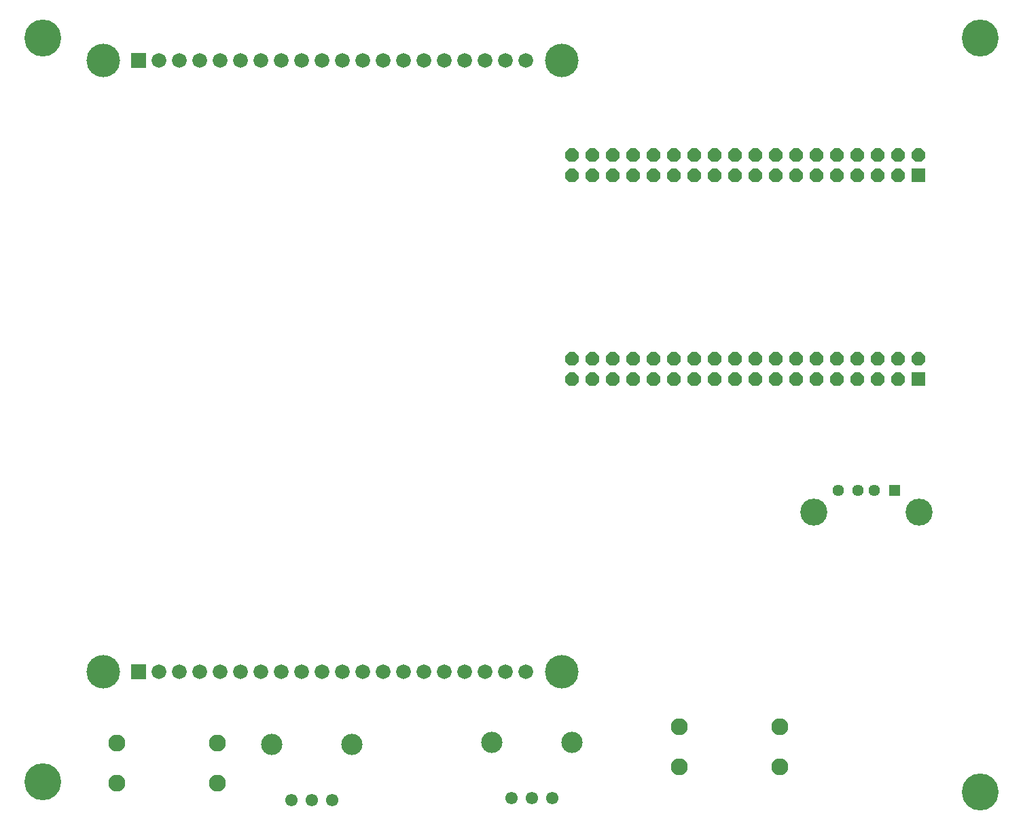
<source format=gbr>
G04 EAGLE Gerber RS-274X export*
G75*
%MOMM*%
%FSLAX34Y34*%
%LPD*%
%INSoldermask Bottom*%
%IPPOS*%
%AMOC8*
5,1,8,0,0,1.08239X$1,22.5*%
G01*
G04 Define Apertures*
%ADD10R,1.676400X1.676400*%
%ADD11P,1.81452X8X202.5*%
%ADD12R,1.440400X1.440400*%
%ADD13C,1.440400*%
%ADD14C,3.372400*%
%ADD15R,1.828800X1.828800*%
%ADD16C,1.828800*%
%ADD17C,4.168400*%
%ADD18C,1.552400*%
%ADD19C,2.652400*%
%ADD20C,2.112400*%
%ADD21C,4.597400*%
D10*
X1141728Y552575D03*
D11*
X1141728Y577975D03*
X1116328Y552575D03*
X1116328Y577975D03*
X1090928Y552575D03*
X1090928Y577975D03*
X1065528Y552575D03*
X1065528Y577975D03*
X1040128Y552575D03*
X1040128Y577975D03*
X1014728Y552575D03*
X1014728Y577975D03*
X989328Y552575D03*
X989328Y577975D03*
X963928Y552575D03*
X963928Y577975D03*
X938528Y552575D03*
X938528Y577975D03*
X913128Y552575D03*
X913128Y577975D03*
X887728Y552575D03*
X887728Y577975D03*
X862328Y552575D03*
X862328Y577975D03*
X836928Y552575D03*
X836928Y577975D03*
X811528Y552575D03*
X811528Y577975D03*
X786128Y552575D03*
X786128Y577975D03*
X760728Y552575D03*
X760728Y577975D03*
X735328Y552575D03*
X735328Y577975D03*
X709928Y552575D03*
X709928Y577975D03*
D10*
X1141728Y806575D03*
D11*
X1141728Y831975D03*
X1116328Y806575D03*
X1116328Y831975D03*
X1090928Y806575D03*
X1090928Y831975D03*
X1065528Y806575D03*
X1065528Y831975D03*
X1040128Y806575D03*
X1040128Y831975D03*
X1014728Y806575D03*
X1014728Y831975D03*
X989328Y806575D03*
X989328Y831975D03*
X963928Y806575D03*
X963928Y831975D03*
X938528Y806575D03*
X938528Y831975D03*
X913128Y806575D03*
X913128Y831975D03*
X887728Y806575D03*
X887728Y831975D03*
X862328Y806575D03*
X862328Y831975D03*
X836928Y806575D03*
X836928Y831975D03*
X811528Y806575D03*
X811528Y831975D03*
X786128Y806575D03*
X786128Y831975D03*
X760728Y806575D03*
X760728Y831975D03*
X735328Y806575D03*
X735328Y831975D03*
X709928Y806575D03*
X709928Y831975D03*
D12*
X1112088Y413763D03*
D13*
X1087088Y413763D03*
X1067088Y413763D03*
X1042088Y413763D03*
D14*
X1142788Y386663D03*
X1011388Y386663D03*
D15*
X170180Y949960D03*
D16*
X195580Y949960D03*
X220980Y949960D03*
X246380Y949960D03*
X271780Y949960D03*
X297180Y949960D03*
X322580Y949960D03*
X347980Y949960D03*
X373380Y949960D03*
X398780Y949960D03*
X424180Y949960D03*
X449580Y949960D03*
X474980Y949960D03*
X500380Y949960D03*
X525780Y949960D03*
X551180Y949960D03*
X576580Y949960D03*
X601980Y949960D03*
X627380Y949960D03*
X652780Y949960D03*
D15*
X170180Y187960D03*
D16*
X195580Y187960D03*
X220980Y187960D03*
X246380Y187960D03*
X271780Y187960D03*
X297180Y187960D03*
X322580Y187960D03*
X347980Y187960D03*
X373380Y187960D03*
X398780Y187960D03*
X424180Y187960D03*
X449580Y187960D03*
X474980Y187960D03*
X500380Y187960D03*
X525780Y187960D03*
X551180Y187960D03*
X576580Y187960D03*
X601980Y187960D03*
X627380Y187960D03*
X652780Y187960D03*
D17*
X125730Y187960D03*
X697230Y187960D03*
X125730Y949960D03*
X697230Y949960D03*
D18*
X361080Y27320D03*
X386080Y27320D03*
X411080Y27320D03*
D19*
X336080Y97320D03*
X436080Y97320D03*
D18*
X635400Y29860D03*
X660400Y29860D03*
X685400Y29860D03*
D19*
X610400Y99860D03*
X710400Y99860D03*
D20*
X268240Y98660D03*
X268240Y48660D03*
X143240Y48660D03*
X143240Y98660D03*
X969280Y118980D03*
X969280Y68980D03*
X844280Y68980D03*
X844280Y118980D03*
D21*
X50800Y50800D03*
X50800Y977900D03*
X1219200Y977900D03*
X1219200Y38100D03*
M02*

</source>
